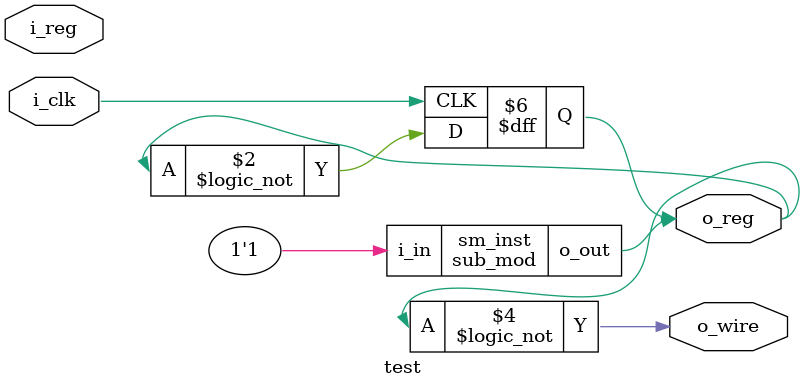
<source format=sv>
module sub_mod(input i_in, output o_out);
assign o_out = i_in;
endmodule

module test(i_clk, i_reg, o_reg, o_wire);
input i_clk;
input i_reg;
output o_reg;
output o_wire;

// Enable this to see how it doesn't fail on yosys although it should
//reg o_wire;
// Enable this instead of the above to see how logic can be mapped to a wire
logic o_wire;
// Enable this to see how it doesn't fail on yosys although it should
//reg i_reg;
// Disable this to see how it doesn't fail on yosys although it should
reg o_reg;

logic l_reg;

// Enable this to tst if logic-turne-reg will catch assignments even if done before it turned into a reg
//assign l_reg = !o_reg;
initial o_reg = 1'b0;
always @(posedge i_clk)
begin
  o_reg <= !o_reg;
  l_reg <= !o_reg;
end

assign o_wire = !o_reg;
// Uncomment this to see how a logic already turned intoa reg can be freely assigned on yosys
//assign l_reg = !o_reg;

sub_mod sm_inst (
  .i_in(1'b1),
  .o_out(o_reg)
);
endmodule


</source>
